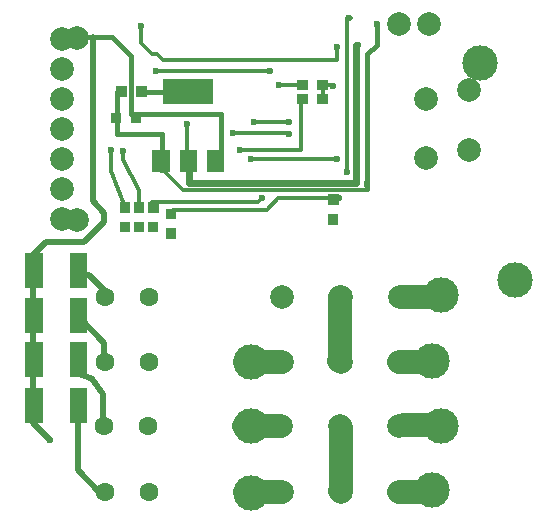
<source format=gbr>
%FSLAX32Y32*%
%MOMM*%
%LNKUPFERSEITE1*%
G71*
G01*
%ADD10C, 2.00*%
%ADD11C, 3.00*%
%ADD12C, 0.60*%
%ADD13C, 0.30*%
%ADD14C, 0.40*%
%ADD15C, 0.60*%
%ADD16C, 2.00*%
%ADD17C, 2.00*%
%ADD18C, 1.60*%
%ADD19C, 2.00*%
%ADD20C, 0.50*%
%LPD*%
X6874Y6085D02*
G54D10*
D03*
X6874Y6585D02*
G54D10*
D03*
X3927Y5564D02*
G54D10*
D03*
X3927Y7104D02*
G54D10*
D03*
X7239Y6666D02*
G54D10*
D03*
X7239Y6158D02*
G54D10*
D03*
X7334Y6888D02*
G54D11*
D03*
X6382Y5865D02*
G54D12*
D03*
G54D13*
X6239Y7270D02*
X6207Y7270D01*
X6207Y5968D01*
X5493Y5746D02*
G54D12*
D03*
G54D14*
X5144Y6126D02*
X5144Y6460D01*
X4382Y6460D01*
X4382Y6952D01*
X4223Y7111D01*
X3937Y7111D01*
G54D15*
X4874Y6015D02*
X4874Y5880D01*
X6286Y5880D01*
X6286Y7047D01*
X6302Y7047D02*
G54D12*
D03*
G54D14*
X6382Y5825D02*
X6382Y6968D01*
X6461Y7047D01*
X6461Y7222D01*
X6461Y7222D02*
G54D12*
D03*
X3794Y6840D02*
G54D16*
D03*
X3794Y6586D02*
G54D16*
D03*
X3794Y6332D02*
G54D16*
D03*
X3794Y6078D02*
G54D16*
D03*
X3794Y5824D02*
G54D16*
D03*
X3794Y5570D02*
G54D16*
D03*
X4588Y6825D02*
G54D12*
D03*
X5556Y6825D02*
G54D12*
D03*
G54D13*
X4588Y6825D02*
X5556Y6825D01*
G36*
X4466Y6383D02*
X4376Y6383D01*
X4376Y6473D01*
X4466Y6473D01*
X4466Y6383D01*
G37*
G36*
X4299Y6382D02*
X4209Y6382D01*
X4209Y6472D01*
X4299Y6472D01*
X4299Y6382D01*
G37*
X6906Y7222D02*
G54D16*
D03*
X6652Y7222D02*
G54D16*
D03*
X6207Y5968D02*
G54D12*
D03*
X5302Y6158D02*
G54D12*
D03*
X5398Y6079D02*
G54D12*
D03*
G54D13*
X5398Y6079D02*
X6128Y6079D01*
G54D13*
X5302Y6158D02*
X5818Y6158D01*
X5818Y6579D01*
X6128Y6079D02*
G54D12*
D03*
X6088Y6698D02*
G54D12*
D03*
G54D13*
X4461Y7206D02*
X4461Y7063D01*
X4556Y6968D01*
X4604Y6968D01*
X4651Y6920D01*
X6128Y6920D01*
X6128Y7031D01*
X6128Y7031D02*
G54D12*
D03*
X3794Y7095D02*
G54D16*
D03*
X4461Y7206D02*
G54D12*
D03*
X6223Y7270D02*
G54D12*
D03*
G36*
X5171Y5968D02*
X5021Y5968D01*
X5021Y6158D01*
X5171Y6158D01*
X5171Y5968D01*
G37*
G36*
X4941Y5967D02*
X4791Y5967D01*
X4791Y6157D01*
X4941Y6157D01*
X4941Y5967D01*
G37*
G36*
X4711Y5967D02*
X4561Y5967D01*
X4561Y6157D01*
X4711Y6157D01*
X4711Y5967D01*
G37*
G36*
X5075Y6544D02*
X4655Y6544D01*
X4655Y6754D01*
X5075Y6754D01*
X5075Y6544D01*
G37*
X4651Y5984D02*
G54D12*
D03*
G36*
X4514Y6605D02*
X4424Y6605D01*
X4424Y6695D01*
X4514Y6695D01*
X4514Y6605D01*
G37*
G36*
X4347Y6604D02*
X4257Y6604D01*
X4257Y6694D01*
X4347Y6694D01*
X4347Y6604D01*
G37*
G54D14*
X4493Y6650D02*
X4715Y6650D01*
X7628Y5055D02*
G54D11*
D03*
G36*
X6137Y5779D02*
X6137Y5689D01*
X6047Y5689D01*
X6047Y5779D01*
X6137Y5779D01*
G37*
G36*
X6136Y5612D02*
X6136Y5522D01*
X6046Y5522D01*
X6046Y5612D01*
X6136Y5612D01*
G37*
X6144Y5746D02*
G54D12*
D03*
G36*
X4375Y5715D02*
X4375Y5625D01*
X4285Y5625D01*
X4285Y5715D01*
X4375Y5715D01*
G37*
G36*
X4374Y5548D02*
X4374Y5458D01*
X4284Y5458D01*
X4284Y5548D01*
X4374Y5548D01*
G37*
G36*
X4494Y5715D02*
X4494Y5625D01*
X4404Y5625D01*
X4404Y5715D01*
X4494Y5715D01*
G37*
G36*
X4493Y5548D02*
X4493Y5458D01*
X4403Y5458D01*
X4403Y5548D01*
X4493Y5548D01*
G37*
G36*
X4613Y5715D02*
X4613Y5625D01*
X4523Y5625D01*
X4523Y5715D01*
X4613Y5715D01*
G37*
G36*
X4612Y5548D02*
X4612Y5458D01*
X4522Y5458D01*
X4522Y5548D01*
X4612Y5548D01*
G37*
X5715Y6293D02*
G54D12*
D03*
X5247Y6301D02*
G54D12*
D03*
X4207Y6158D02*
G54D12*
D03*
G54D13*
X5247Y6301D02*
X5707Y6301D01*
G54D13*
X4207Y6158D02*
X4207Y5976D01*
X4326Y5674D01*
X5715Y6396D02*
G54D12*
D03*
X5421Y6396D02*
G54D12*
D03*
G54D13*
X5421Y6396D02*
X5715Y6396D01*
G54D13*
X4556Y5714D02*
X5453Y5714D01*
X5493Y5753D01*
X7001Y4928D02*
G54D11*
D03*
X4858Y6373D02*
G54D12*
D03*
G54D13*
X4858Y6373D02*
X4858Y6103D01*
G54D13*
X6374Y5817D02*
X4818Y5817D01*
X4651Y5984D01*
G54D14*
X4643Y6119D02*
X4643Y6293D01*
X4262Y6293D01*
X4262Y6650D01*
X4310Y6150D02*
G54D12*
D03*
G54D13*
X4310Y6150D02*
X4310Y6071D01*
X4445Y5817D01*
X4445Y5682D01*
G36*
X5789Y6751D02*
X5879Y6751D01*
X5879Y6661D01*
X5789Y6661D01*
X5789Y6751D01*
G37*
G36*
X5956Y6750D02*
X6046Y6750D01*
X6046Y6660D01*
X5956Y6660D01*
X5956Y6750D01*
G37*
G36*
X5789Y6632D02*
X5879Y6632D01*
X5879Y6542D01*
X5789Y6542D01*
X5789Y6632D01*
G37*
G36*
X5956Y6631D02*
X6046Y6631D01*
X6046Y6541D01*
X5956Y6541D01*
X5956Y6631D01*
G37*
X5636Y6706D02*
G54D12*
D03*
G54D13*
X5636Y6706D02*
X5810Y6706D01*
G54D13*
X6009Y6595D02*
X6009Y6706D01*
X6088Y6706D01*
X5659Y4912D02*
G54D17*
D03*
X6159Y4912D02*
G54D17*
D03*
X6659Y4912D02*
G54D17*
D03*
X4159Y4912D02*
G54D18*
D03*
X4534Y4912D02*
G54D18*
D03*
X5659Y4364D02*
G54D17*
D03*
X6159Y4364D02*
G54D17*
D03*
X6659Y4364D02*
G54D17*
D03*
X4159Y4364D02*
G54D18*
D03*
X4534Y4364D02*
G54D18*
D03*
X5652Y3817D02*
G54D17*
D03*
X6152Y3817D02*
G54D17*
D03*
X6652Y3817D02*
G54D17*
D03*
X4151Y3817D02*
G54D18*
D03*
X4526Y3817D02*
G54D18*
D03*
X5659Y3261D02*
G54D17*
D03*
X6159Y3261D02*
G54D17*
D03*
X6659Y3261D02*
G54D17*
D03*
X4159Y3261D02*
G54D18*
D03*
X4534Y3261D02*
G54D18*
D03*
X5398Y3253D02*
G54D11*
D03*
X5398Y3817D02*
G54D11*
D03*
X5398Y4364D02*
G54D11*
D03*
X6929Y4372D02*
G54D11*
D03*
X7001Y3817D02*
G54D11*
D03*
X6929Y3277D02*
G54D11*
D03*
G54D19*
X6152Y4912D02*
X6152Y4380D01*
X6144Y4372D01*
G54D19*
X6160Y3809D02*
X6160Y3277D01*
X6152Y3269D01*
G54D19*
X6668Y4912D02*
X6985Y4912D01*
G54D19*
X6652Y4364D02*
X6969Y4364D01*
G54D19*
X6683Y3825D02*
X7001Y3825D01*
G54D19*
X6652Y3261D02*
X6969Y3261D01*
G54D19*
X5342Y3261D02*
X5659Y3261D01*
G54D19*
X5334Y3817D02*
X5652Y3817D01*
G54D19*
X5342Y4364D02*
X5659Y4364D01*
G36*
X3481Y5284D02*
X3631Y5284D01*
X3631Y4984D01*
X3481Y4984D01*
X3481Y5284D01*
G37*
G36*
X3861Y5284D02*
X4011Y5284D01*
X4011Y4984D01*
X3861Y4984D01*
X3861Y5284D01*
G37*
G36*
X3481Y4903D02*
X3631Y4903D01*
X3631Y4603D01*
X3481Y4603D01*
X3481Y4903D01*
G37*
G36*
X3861Y4903D02*
X4011Y4903D01*
X4011Y4603D01*
X3861Y4603D01*
X3861Y4903D01*
G37*
G36*
X3481Y4530D02*
X3631Y4530D01*
X3631Y4230D01*
X3481Y4230D01*
X3481Y4530D01*
G37*
G36*
X3861Y4530D02*
X4011Y4530D01*
X4011Y4230D01*
X3861Y4230D01*
X3861Y4530D01*
G37*
G36*
X3481Y4141D02*
X3631Y4141D01*
X3631Y3841D01*
X3481Y3841D01*
X3481Y4141D01*
G37*
G36*
X3861Y4141D02*
X4011Y4141D01*
X4011Y3841D01*
X3861Y3841D01*
X3861Y4141D01*
G37*
G54D20*
X3929Y3975D02*
X3929Y3444D01*
X4120Y3253D01*
G54D20*
X3953Y4253D02*
X3977Y4253D01*
X4052Y4218D01*
X4143Y4087D01*
X4143Y3840D01*
X4128Y3825D01*
G54D20*
X3945Y4730D02*
X4151Y4523D01*
X4151Y4388D01*
G54D20*
X3969Y5095D02*
X4024Y5095D01*
X4159Y4960D01*
X3691Y3698D02*
G54D12*
D03*
G54D20*
X3683Y3706D02*
X3548Y3840D01*
X3548Y5230D01*
G54D20*
X4056Y7111D02*
X4056Y5722D01*
X4151Y5626D01*
X4151Y5547D01*
X3985Y5380D01*
X3659Y5380D01*
X3548Y5269D01*
G54D13*
X6144Y5746D02*
X5628Y5746D01*
X5532Y5650D01*
X4739Y5650D01*
G36*
X4674Y5403D02*
X4674Y5493D01*
X4764Y5493D01*
X4764Y5403D01*
X4674Y5403D01*
G37*
G36*
X4673Y5570D02*
X4673Y5660D01*
X4763Y5660D01*
X4763Y5570D01*
X4673Y5570D01*
G37*
X3961Y3991D02*
G54D12*
D03*
X3961Y5039D02*
G54D12*
D03*
X3961Y4698D02*
G54D12*
D03*
X3961Y4341D02*
G54D12*
D03*
X4326Y5492D02*
G54D12*
D03*
X4445Y5492D02*
G54D12*
D03*
X4564Y5492D02*
G54D12*
D03*
X4723Y5444D02*
G54D12*
D03*
M02*

</source>
